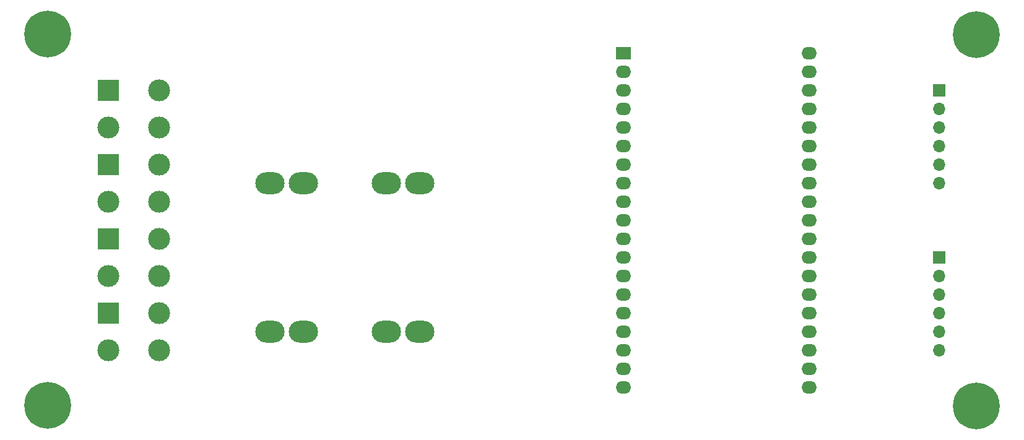
<source format=gbs>
G04 #@! TF.GenerationSoftware,KiCad,Pcbnew,8.0.7*
G04 #@! TF.CreationDate,2025-01-05T11:55:31+01:00*
G04 #@! TF.ProjectId,ADLSC,41444c53-432e-46b6-9963-61645f706362,V1.0*
G04 #@! TF.SameCoordinates,Original*
G04 #@! TF.FileFunction,Soldermask,Bot*
G04 #@! TF.FilePolarity,Negative*
%FSLAX46Y46*%
G04 Gerber Fmt 4.6, Leading zero omitted, Abs format (unit mm)*
G04 Created by KiCad (PCBNEW 8.0.7) date 2025-01-05 11:55:31*
%MOMM*%
%LPD*%
G01*
G04 APERTURE LIST*
%ADD10C,3.000000*%
%ADD11R,3.000000X3.000000*%
%ADD12O,4.000000X3.000000*%
%ADD13O,1.700000X1.700000*%
%ADD14R,1.700000X1.700000*%
%ADD15O,2.100000X1.700000*%
%ADD16R,2.100000X1.700000*%
%ADD17C,0.800000*%
%ADD18C,6.400000*%
G04 APERTURE END LIST*
D10*
X20320000Y-12700000D03*
D11*
X13320000Y-12700000D03*
D10*
X20320000Y-17780000D03*
X13320000Y-17780000D03*
D12*
X35470000Y-45720000D03*
X40070000Y-45720000D03*
X51370000Y-45720000D03*
X55970000Y-45720000D03*
D10*
X13320000Y-48260000D03*
X20320000Y-48260000D03*
D11*
X13320000Y-43180000D03*
D10*
X20320000Y-43180000D03*
X13320000Y-27940000D03*
X20320000Y-27940000D03*
D11*
X13320000Y-22860000D03*
D10*
X20320000Y-22860000D03*
D13*
X127000000Y-25400000D03*
X127000000Y-22860000D03*
X127000000Y-20320000D03*
X127000000Y-17780000D03*
X127000000Y-15240000D03*
D14*
X127000000Y-12700000D03*
D12*
X35470000Y-25400000D03*
X40070000Y-25400000D03*
X51370000Y-25400000D03*
X55970000Y-25400000D03*
D15*
X109220000Y-7620000D03*
X109220000Y-10160000D03*
X109220000Y-12700000D03*
X109220000Y-15240000D03*
X109220000Y-17780000D03*
X109220000Y-20320000D03*
X109220000Y-22860000D03*
X109220000Y-25400000D03*
X109220000Y-27940000D03*
X109220000Y-30480000D03*
X109220000Y-33020000D03*
X109220000Y-35560000D03*
X109220000Y-38100000D03*
X109220000Y-40640000D03*
X109220000Y-43180000D03*
X109220000Y-45720000D03*
X109220000Y-48260000D03*
X109220000Y-50800000D03*
X109220000Y-53340000D03*
X83820000Y-53340000D03*
X83820000Y-50800000D03*
X83820000Y-48260000D03*
X83820000Y-45720000D03*
X83820000Y-43180000D03*
X83820000Y-40640000D03*
X83820000Y-38100000D03*
X83820000Y-35560000D03*
X83820000Y-33020000D03*
X83820000Y-30480000D03*
X83820000Y-27940000D03*
X83820000Y-25400000D03*
X83820000Y-22860000D03*
X83820000Y-20320000D03*
X83820000Y-17780000D03*
X83820000Y-15240000D03*
X83820000Y-12700000D03*
X83820000Y-10160000D03*
D16*
X83820000Y-7620000D03*
D17*
X129680000Y-55880000D03*
X130382944Y-54182944D03*
X130382944Y-57577056D03*
X132080000Y-53480000D03*
D18*
X132080000Y-55880000D03*
D17*
X132080000Y-58280000D03*
X133777056Y-54182944D03*
X133777056Y-57577056D03*
X134480000Y-55880000D03*
D13*
X127000000Y-48260000D03*
X127000000Y-45720000D03*
X127000000Y-43180000D03*
X127000000Y-40640000D03*
X127000000Y-38100000D03*
D14*
X127000000Y-35560000D03*
D17*
X129680000Y-5080000D03*
X130382944Y-3382944D03*
X130382944Y-6777056D03*
X132080000Y-2680000D03*
D18*
X132080000Y-5080000D03*
D17*
X132080000Y-7480000D03*
X133777056Y-3382944D03*
X133777056Y-6777056D03*
X134480000Y-5080000D03*
X2680000Y-4940000D03*
X3382944Y-3242944D03*
X3382944Y-6637056D03*
X5080000Y-2540000D03*
D18*
X5080000Y-4940000D03*
D17*
X5080000Y-7340000D03*
X6777056Y-3242944D03*
X6777056Y-6637056D03*
X7480000Y-4940000D03*
D10*
X20320000Y-33020000D03*
D11*
X13320000Y-33020000D03*
D10*
X20320000Y-38100000D03*
X13320000Y-38100000D03*
D17*
X2680000Y-55740000D03*
X3382944Y-54042944D03*
X3382944Y-57437056D03*
X5080000Y-53340000D03*
D18*
X5080000Y-55740000D03*
D17*
X5080000Y-58140000D03*
X6777056Y-54042944D03*
X6777056Y-57437056D03*
X7480000Y-55740000D03*
M02*

</source>
